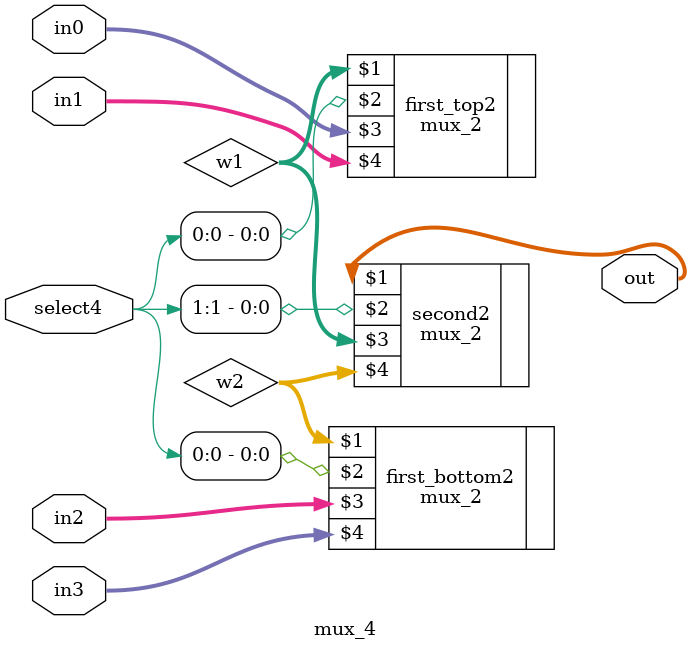
<source format=v>
module mux_4(out, select4, in0, in1, in2, in3);
    input [1:0] select4;
    input [31:0] in0, in1, in2, in3;
    output [31:0] out;
    wire [31:0] w1, w2;
    mux_2 first_top2(w1, select4[0], in0, in1);
    mux_2 first_bottom2(w2, select4[0], in2, in3);
    mux_2 second2(out, select4[1], w1, w2);
endmodule

</source>
